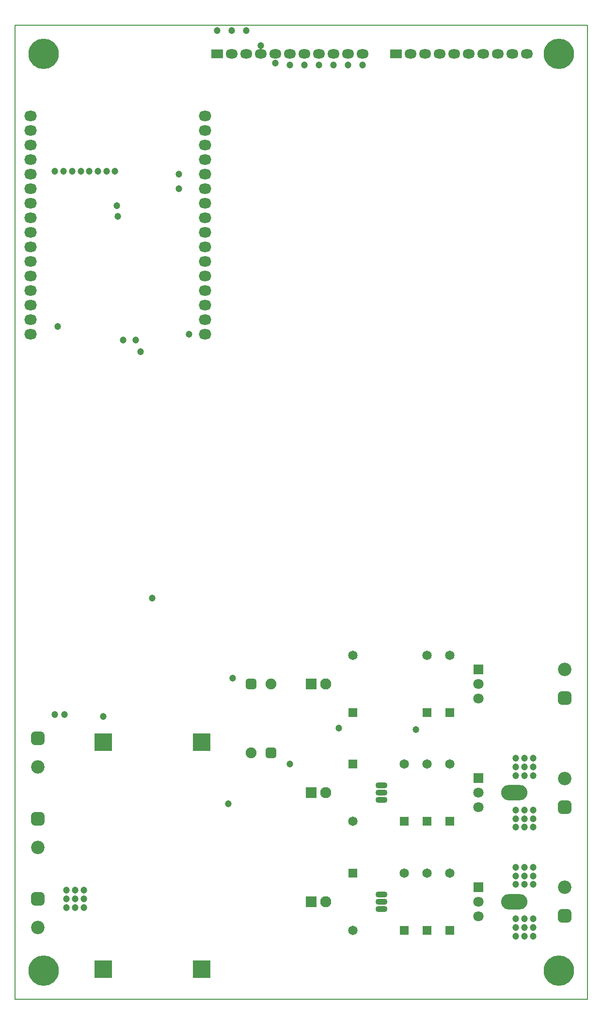
<source format=gts>
G04*
G04 #@! TF.GenerationSoftware,Altium Limited,Altium Designer,21.8.1 (53)*
G04*
G04 Layer_Color=8388736*
%FSLAX25Y25*%
%MOIN*%
G70*
G04*
G04 #@! TF.SameCoordinates,A1411363-43AB-4F6E-8D2E-BD86F2085DDB*
G04*
G04*
G04 #@! TF.FilePolarity,Negative*
G04*
G01*
G75*
%ADD10C,0.00787*%
%ADD15C,0.00394*%
G04:AMPARAMS|DCode=16|XSize=74.8mil|YSize=74.8mil|CornerRadius=19.68mil|HoleSize=0mil|Usage=FLASHONLY|Rotation=180.000|XOffset=0mil|YOffset=0mil|HoleType=Round|Shape=RoundedRectangle|*
%AMROUNDEDRECTD16*
21,1,0.07480,0.03543,0,0,180.0*
21,1,0.03543,0.07480,0,0,180.0*
1,1,0.03937,-0.01772,0.01772*
1,1,0.03937,0.01772,0.01772*
1,1,0.03937,0.01772,-0.01772*
1,1,0.03937,-0.01772,-0.01772*
%
%ADD16ROUNDEDRECTD16*%
%ADD17C,0.07480*%
%ADD18O,0.08346X0.06378*%
%ADD19R,0.08346X0.06378*%
%ADD20O,0.08661X0.07087*%
G04:AMPARAMS|DCode=21|XSize=92.52mil|YSize=92.52mil|CornerRadius=24.11mil|HoleSize=0mil|Usage=FLASHONLY|Rotation=90.000|XOffset=0mil|YOffset=0mil|HoleType=Round|Shape=RoundedRectangle|*
%AMROUNDEDRECTD21*
21,1,0.09252,0.04429,0,0,90.0*
21,1,0.04429,0.09252,0,0,90.0*
1,1,0.04823,0.02215,0.02215*
1,1,0.04823,0.02215,-0.02215*
1,1,0.04823,-0.02215,-0.02215*
1,1,0.04823,-0.02215,0.02215*
%
%ADD21ROUNDEDRECTD21*%
%ADD22C,0.09252*%
%ADD23R,0.07087X0.07087*%
%ADD24C,0.07087*%
%ADD25C,0.06496*%
%ADD26R,0.06496X0.06496*%
%ADD27O,0.08268X0.04331*%
%ADD28O,0.08268X0.04331*%
%ADD29O,0.18110X0.10630*%
%ADD30C,0.20866*%
%ADD31R,0.07677X0.07677*%
%ADD32C,0.07677*%
%ADD33R,0.12205X0.12205*%
%ADD34C,0.04724*%
D10*
X1140101Y1092306D02*
X1140101Y423015D01*
X746400Y1080495D02*
Y1092306D01*
X1140101D01*
X746400Y423015D02*
X1140101D01*
X746400D02*
X746400Y1080495D01*
D15*
X1107719Y963763D02*
D03*
X920514Y961007D02*
D03*
X1107719Y770850D02*
D03*
X920514Y768094D02*
D03*
X871813Y1048172D02*
D03*
X762581D02*
D03*
X871813Y632503D02*
D03*
X762719D02*
D03*
D16*
X908802Y639550D02*
D03*
X922581Y592306D02*
D03*
D17*
Y639550D02*
D03*
X908802Y592306D02*
D03*
D18*
X1068487Y1072621D02*
D03*
X1028487D02*
D03*
X1018487D02*
D03*
X1038487D02*
D03*
X1048487D02*
D03*
X1058487D02*
D03*
X1078487D02*
D03*
X1088487D02*
D03*
X1098487D02*
D03*
X985376D02*
D03*
X975376D02*
D03*
X945376D02*
D03*
X905376D02*
D03*
X895376D02*
D03*
X915376D02*
D03*
X925376D02*
D03*
X935376D02*
D03*
X955376D02*
D03*
X965376D02*
D03*
D19*
X1008487D02*
D03*
X885376D02*
D03*
D20*
X877266Y959984D02*
D03*
Y949984D02*
D03*
Y939983D02*
D03*
Y899984D02*
D03*
Y909984D02*
D03*
Y919983D02*
D03*
Y929984D02*
D03*
Y969983D02*
D03*
X757266Y889983D02*
D03*
Y879984D02*
D03*
Y1029984D02*
D03*
Y1019983D02*
D03*
Y1009984D02*
D03*
Y999984D02*
D03*
Y989983D02*
D03*
Y979984D02*
D03*
Y969983D02*
D03*
Y959984D02*
D03*
Y949984D02*
D03*
Y939983D02*
D03*
Y929984D02*
D03*
Y919983D02*
D03*
Y909984D02*
D03*
Y899984D02*
D03*
X877266Y889983D02*
D03*
Y879984D02*
D03*
Y1029984D02*
D03*
Y1019983D02*
D03*
Y1009984D02*
D03*
Y999984D02*
D03*
Y989983D02*
D03*
Y979984D02*
D03*
D21*
X1124353Y554905D02*
D03*
X762148Y602149D02*
D03*
Y547031D02*
D03*
Y491913D02*
D03*
X1124353Y480102D02*
D03*
Y629708D02*
D03*
D22*
X1124353Y574590D02*
D03*
X762148Y582464D02*
D03*
Y527346D02*
D03*
Y472228D02*
D03*
X1124353Y499787D02*
D03*
Y649393D02*
D03*
D23*
X1065298Y499944D02*
D03*
Y574747D02*
D03*
Y649550D02*
D03*
D24*
Y489944D02*
D03*
Y479944D02*
D03*
Y564747D02*
D03*
Y554747D02*
D03*
Y639550D02*
D03*
Y629550D02*
D03*
D25*
X978683Y470259D02*
D03*
X1014117Y509629D02*
D03*
X978683Y659235D02*
D03*
Y545062D02*
D03*
X1014117Y584432D02*
D03*
X1029865Y659235D02*
D03*
Y584432D02*
D03*
X1045613Y659235D02*
D03*
Y584432D02*
D03*
X1029865Y509629D02*
D03*
X1045613D02*
D03*
D26*
X978683Y509629D02*
D03*
X1014117Y470259D02*
D03*
X978683Y619865D02*
D03*
Y584432D02*
D03*
X1014117Y545062D02*
D03*
X1029865Y619865D02*
D03*
Y545062D02*
D03*
X1045613Y619865D02*
D03*
Y545062D02*
D03*
X1029865Y470259D02*
D03*
X1045613D02*
D03*
D27*
X998369Y559747D02*
D03*
Y569747D02*
D03*
Y494944D02*
D03*
Y484944D02*
D03*
D28*
Y564747D02*
D03*
Y489944D02*
D03*
D29*
X1089707D02*
D03*
Y564747D02*
D03*
D30*
X1120416Y442700D02*
D03*
Y1072621D02*
D03*
X766085D02*
D03*
Y442700D02*
D03*
D31*
X950062Y639550D02*
D03*
Y564747D02*
D03*
Y489944D02*
D03*
D32*
X960061Y639550D02*
D03*
Y564747D02*
D03*
Y489944D02*
D03*
D33*
X874747Y599393D02*
D03*
X807030D02*
D03*
X874747Y443487D02*
D03*
X807030D02*
D03*
D34*
X793644Y491913D02*
D03*
X787739D02*
D03*
X781833Y491913D02*
D03*
X787739Y486007D02*
D03*
X781833D02*
D03*
X787739Y497818D02*
D03*
X793644D02*
D03*
X969159Y609203D02*
D03*
X780570Y618520D02*
D03*
X935376Y584432D02*
D03*
X896006Y643487D02*
D03*
X817097Y960787D02*
D03*
X895376Y1088369D02*
D03*
X925376Y1066122D02*
D03*
X935396Y1064747D02*
D03*
X945376D02*
D03*
X955376D02*
D03*
X985376D02*
D03*
X775928Y885334D02*
D03*
X975376Y1064747D02*
D03*
X965376D02*
D03*
X816566Y968291D02*
D03*
X915496Y1078104D02*
D03*
X905376Y1088369D02*
D03*
X885376D02*
D03*
X815298Y991913D02*
D03*
X809392D02*
D03*
X803487D02*
D03*
X797581D02*
D03*
X791676D02*
D03*
X785770D02*
D03*
X779865D02*
D03*
X773959D02*
D03*
X793644Y486007D02*
D03*
X781833Y497818D02*
D03*
X1090888Y478133D02*
D03*
Y472228D02*
D03*
Y466322D02*
D03*
X1096794D02*
D03*
Y472228D02*
D03*
Y478133D02*
D03*
X1102699D02*
D03*
Y472228D02*
D03*
Y466322D02*
D03*
Y501755D02*
D03*
Y507661D02*
D03*
Y513566D02*
D03*
X1096794D02*
D03*
Y507661D02*
D03*
Y501755D02*
D03*
X1090888D02*
D03*
Y507661D02*
D03*
Y513566D02*
D03*
X1090888Y588369D02*
D03*
Y582464D02*
D03*
Y576558D02*
D03*
X1096794D02*
D03*
Y582464D02*
D03*
Y588369D02*
D03*
X1102699D02*
D03*
Y582464D02*
D03*
Y576558D02*
D03*
Y541125D02*
D03*
Y547031D02*
D03*
Y552936D02*
D03*
X1096794D02*
D03*
Y547031D02*
D03*
Y541125D02*
D03*
X1090888D02*
D03*
Y547031D02*
D03*
Y552936D02*
D03*
X807030Y617258D02*
D03*
X866227Y879984D02*
D03*
X859263Y979984D02*
D03*
X859058Y989983D02*
D03*
X773820Y618684D02*
D03*
X820848Y875771D02*
D03*
X829433D02*
D03*
X832659Y867897D02*
D03*
X840888Y698606D02*
D03*
X893250Y557267D02*
D03*
X1021991Y608054D02*
D03*
M02*

</source>
